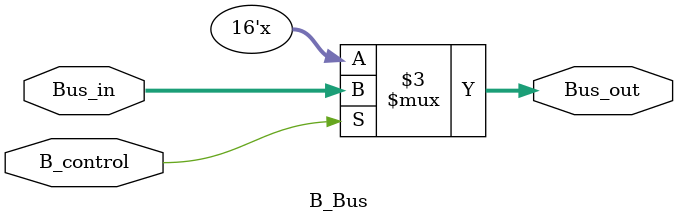
<source format=v>
`timescale 1ns / 1ps


module B_Bus(B_control,Bus_in,Bus_out);
input [15:0] Bus_in;
input B_control;
output reg [15:0] Bus_out;

always@(B_control) begin
    if (B_control==1)
        Bus_out<=Bus_in;
end
endmodule

</source>
